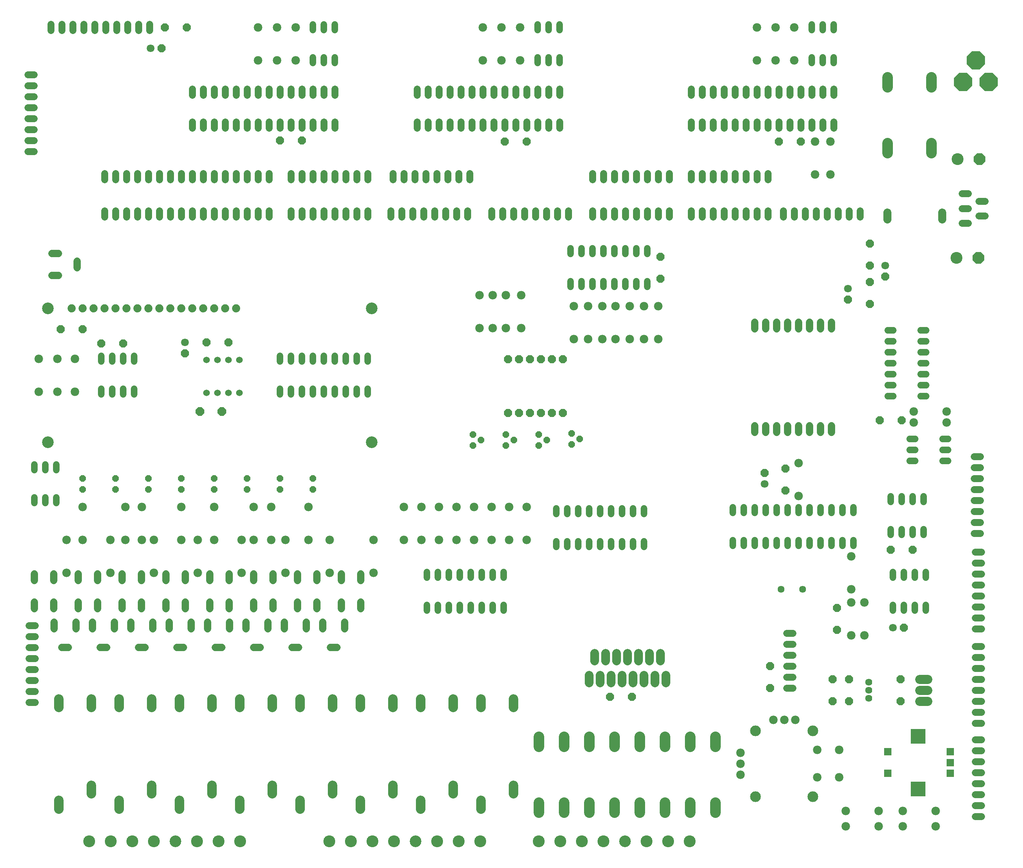
<source format=gbr>
G04 CAM350 V10.1.0 (Build 363) Date:  Fri Feb 19 12:51:18 2016 *
G04 Database: E:\my prjs\IO_Experiment_Faculta\Gerber\IO_Experiment_Board.cam *
G04 Layer 6: RC.gbr *
%FSLAX24Y24*%
%MOIN*%
%SFA1.000B1.000*%

%MIA0B0*%
%IPPOS*%
%ADD15C,0.06000*%
%ADD22C,0.07400*%
%ADD25C,0.07800*%
%ADD51C,0.06400*%
%ADD52P,0.06494X8X22.5*%
%ADD53C,0.06800*%
%ADD54C,0.10640*%
%ADD55P,0.07685X8X22.5*%
%ADD56P,0.08443X8X22.5*%
%ADD57C,0.07100*%
%ADD58C,0.06740*%
%ADD59C,0.08200*%
%ADD60C,0.09800*%
%ADD61C,0.06340*%
%ADD62C,0.08600*%
%ADD63C,0.10800*%
%ADD64P,0.17914X8X22.5*%
%ADD65C,0.08480*%
%ADD66P,0.11690X8X22.5*%
%ADD67C,0.09650*%
%ADD68C,0.07890*%
%ADD69R,0.06740X0.06740*%
%ADD74R,0.13460X0.13460*%
%ADD75P,0.08010X8X22.5*%
%LNRC.gbr*%
%LPD*%
G54D25*
X73650Y79350D03*
X71950D03*
X70250D03*
Y76350D03*
X71950D03*
X73650D03*
X75550Y68950D03*
X76950D03*
Y65950D03*
X75550D03*
X61250Y53950D03*
X59950D03*
X58650D03*
X57350D03*
X56150D03*
X54850D03*
X53550D03*
Y50950D03*
X54850D03*
X56150D03*
X57350D03*
X58650D03*
X59950D03*
X61250D03*
X48750Y51950D03*
X47350D03*
X46150D03*
X44950D03*
Y54950D03*
X46150D03*
X47350D03*
X48750D03*
X49250Y35650D03*
X47650D03*
X46050D03*
X44450D03*
X42850D03*
X41250D03*
X39650D03*
X38050D03*
Y32650D03*
X39650D03*
X41250D03*
X42850D03*
X44450D03*
X46050D03*
X47650D03*
X49250D03*
X35300D03*
Y29650D03*
X31300D03*
Y32650D03*
X29350D03*
X27250D03*
X25950D03*
X24350D03*
X23250D03*
X20750D03*
X19250D03*
X17750D03*
X15250D03*
X14150D03*
X12650D03*
X11300D03*
X8750D03*
X7300D03*
X8750Y35650D03*
X12650D03*
X14150D03*
X17750D03*
X20750D03*
X24350D03*
X25950D03*
X29350D03*
X27250Y29650D03*
X23250D03*
X19250D03*
X15250D03*
X11300D03*
X7300D03*
X8050Y46150D03*
X6450D03*
X4750D03*
Y49150D03*
X6450D03*
X8050D03*
X24750Y76350D03*
X26500D03*
X28200D03*
Y79350D03*
X26500D03*
X24750D03*
X45250D03*
X46950D03*
X48650D03*
Y76350D03*
X46950D03*
X45250D03*
X84550Y44350D03*
Y43350D03*
X87550D03*
Y44350D03*
X74050Y39650D03*
Y36650D03*
X78850Y31150D03*
Y28150D03*
Y26950D03*
X80050D03*
Y23950D03*
X78850D03*
X73750Y16250D03*
X72750D03*
X71750D03*
X68750Y13250D03*
Y12250D03*
Y11250D03*
X75750Y11000D03*
X77750D03*
Y13500D03*
X75750D03*
X78350Y7950D03*
Y6550D03*
X81350D03*
Y7950D03*
X83550D03*
Y6550D03*
X86550D03*
Y7950D03*
G54D52*
X53350Y41350D03*
X54100Y41850D03*
X53350Y42350D03*
X51100Y41750D03*
X50350Y42250D03*
Y41250D03*
X48100Y41750D03*
X47350Y42250D03*
Y41250D03*
X45100Y41750D03*
X44350Y41250D03*
Y42250D03*
X29750Y38250D03*
Y37250D03*
X26750D03*
Y38250D03*
X23750D03*
Y37250D03*
X20750D03*
Y38250D03*
X17750D03*
Y37250D03*
X14750D03*
Y38250D03*
X11750D03*
Y37250D03*
X8750D03*
Y38250D03*
G54D22*
X7752Y53752D03*
X8752D03*
X9752D03*
X10752D03*
X11752D03*
X12752D03*
X13752D03*
X14752D03*
X15752D03*
X16752D03*
X17752D03*
X18752D03*
X19752D03*
X20752D03*
X21752D03*
X22752D03*
G54D54*
X35114D03*
Y41548D03*
X5586D03*
Y53752D03*
X17234Y5160D03*
X39134D03*
X58234D03*
G54D55*
X58850Y18350D03*
X56850D03*
X71450Y19150D03*
Y21150D03*
X77150Y19950D03*
X78650D03*
Y17950D03*
X77150D03*
X83350D03*
Y19950D03*
X83650Y24650D03*
X77550Y24450D03*
Y26450D03*
X82450Y31750D03*
X84450D03*
X72850Y37150D03*
Y39150D03*
X70950Y38750D03*
X81450Y43550D03*
X83450D03*
X80550Y54150D03*
X78550Y54550D03*
X80550Y56150D03*
X81950Y56650D03*
X80550Y57650D03*
Y59650D03*
X74250Y68950D03*
X72250D03*
X61450Y58450D03*
Y56450D03*
X49250Y68950D03*
X47250D03*
X28750Y69050D03*
X26750D03*
X15950Y77450D03*
X16250Y79350D03*
X18250D03*
X8750Y51850D03*
X6750D03*
X10450Y50550D03*
X12450D03*
X18100Y49650D03*
X20050Y50650D03*
X22050D03*
G54D15*
Y49050D03*
X21050D03*
X20050D03*
Y46050D03*
X21050D03*
X22050D03*
X23050D03*
Y49050D03*
G54D56*
X21450Y44350D03*
X19450D03*
G54D57*
X18100Y50650D03*
X14950Y77450D03*
X70950Y37750D03*
X82650Y24650D03*
X78550Y55550D03*
X81950Y57650D03*
G54D51*
X80450Y19686D03*
Y18950D03*
Y18214D03*
G54D60*
X75375Y15250D03*
X70125D03*
Y9250D03*
X75375D03*
G54D61*
X74434Y28150D03*
X72466D03*
G54D63*
X9360Y5160D03*
X11329D03*
X13297D03*
X15266D03*
X19203D03*
X21171D03*
X23140D03*
X31260D03*
X33229D03*
X35197D03*
X37166D03*
X41103D03*
X43071D03*
X45040D03*
X50360D03*
X52329D03*
X54297D03*
X56266D03*
X60203D03*
X62171D03*
X64140D03*
X88450Y58350D03*
X88550Y67350D03*
G54D64*
X89050Y74380D03*
X91410D03*
X90230Y76350D03*
G54D65*
X90530D03*
X89930D03*
X89050Y74680D03*
Y74080D03*
X91410D03*
Y74680D03*
G54D66*
X90550Y67350D03*
X90450Y58350D03*
G54D69*
X82194Y13334D03*
Y11366D03*
X87903D03*
Y12350D03*
Y13334D03*
G54D74*
X84950Y14752D03*
Y9948D03*
G54D75*
X52550Y44189D03*
X51550D03*
X50550D03*
X49550D03*
X48550D03*
X47550D03*
Y49111D03*
X48550D03*
X49550D03*
X50550D03*
X51550D03*
X52550D03*
G54D51*
X3870Y17850D02*
G01X4430D01*
Y18850D02*
G01X3870D01*
Y19850D02*
G01X4430D01*
Y20850D02*
G01X3870D01*
Y21850D02*
G01X4430D01*
Y22850D02*
G01X3870D01*
Y23850D02*
G01X4430D01*
Y24850D02*
G01X3870D01*
X10750Y62070D02*
G01Y62630D01*
X11750D02*
G01Y62070D01*
X12750D02*
G01Y62630D01*
X13750D02*
G01Y62070D01*
X14750D02*
G01Y62630D01*
X15750D02*
G01Y62070D01*
X16750D02*
G01Y62630D01*
X17750D02*
G01Y62070D01*
X18750D02*
G01Y62630D01*
X19750D02*
G01Y62070D01*
X20750D02*
G01Y62630D01*
X21750D02*
G01Y62070D01*
X22750D02*
G01Y62630D01*
X23750D02*
G01Y62070D01*
X24750D02*
G01Y62630D01*
X25750D02*
G01Y62070D01*
X27750D02*
G01Y62630D01*
X28750D02*
G01Y62070D01*
X29750D02*
G01Y62630D01*
X30750D02*
G01Y62070D01*
X31750D02*
G01Y62630D01*
X32750D02*
G01Y62070D01*
X33750D02*
G01Y62630D01*
X34750D02*
G01Y62070D01*
X36850D02*
G01Y62630D01*
X37850D02*
G01Y62070D01*
X38850D02*
G01Y62630D01*
X39850D02*
G01Y62070D01*
X40850D02*
G01Y62630D01*
X41850D02*
G01Y62070D01*
X42850D02*
G01Y62630D01*
X43850D02*
G01Y62070D01*
X46050D02*
G01Y62630D01*
X47050D02*
G01Y62070D01*
X48050D02*
G01Y62630D01*
X49050D02*
G01Y62070D01*
X50050D02*
G01Y62630D01*
X51050D02*
G01Y62070D01*
X52050D02*
G01Y62630D01*
X53050D02*
G01Y62070D01*
X55250D02*
G01Y62630D01*
X56250D02*
G01Y62070D01*
X57250D02*
G01Y62630D01*
X58250D02*
G01Y62070D01*
X59250D02*
G01Y62630D01*
X60250D02*
G01Y62070D01*
X61250D02*
G01Y62630D01*
X62250D02*
G01Y62070D01*
X64250D02*
G01Y62630D01*
X65250D02*
G01Y62070D01*
X66250D02*
G01Y62630D01*
X67250D02*
G01Y62070D01*
X68250D02*
G01Y62630D01*
X69250D02*
G01Y62070D01*
X70250D02*
G01Y62630D01*
X71250D02*
G01Y62070D01*
X72650D02*
G01Y62630D01*
X73650D02*
G01Y62070D01*
X74650D02*
G01Y62630D01*
X75650D02*
G01Y62070D01*
X76650D02*
G01Y62630D01*
X77650D02*
G01Y62070D01*
X78650D02*
G01Y62630D01*
X79650D02*
G01Y62070D01*
X71250Y65470D02*
G01Y66030D01*
X70250D02*
G01Y65470D01*
X69250D02*
G01Y66030D01*
X68250D02*
G01Y65470D01*
X67250D02*
G01Y66030D01*
X66250D02*
G01Y65470D01*
X65250D02*
G01Y66030D01*
X64250D02*
G01Y65470D01*
X62250D02*
G01Y66030D01*
X61250D02*
G01Y65470D01*
X60250D02*
G01Y66030D01*
X59250D02*
G01Y65470D01*
X58250D02*
G01Y66030D01*
X57250D02*
G01Y65470D01*
X56250D02*
G01Y66030D01*
X55250D02*
G01Y65470D01*
X52250Y70170D02*
G01Y70730D01*
X51250D02*
G01Y70170D01*
X50250D02*
G01Y70730D01*
X49250D02*
G01Y70170D01*
X48250D02*
G01Y70730D01*
X47250D02*
G01Y70170D01*
X46250D02*
G01Y70730D01*
X45250D02*
G01Y70170D01*
X44250D02*
G01Y70730D01*
X43250D02*
G01Y70170D01*
X42250D02*
G01Y70730D01*
X41250D02*
G01Y70170D01*
X40250D02*
G01Y70730D01*
X39250D02*
G01Y70170D01*
Y73170D02*
G01Y73730D01*
X40250D02*
G01Y73170D01*
X41250D02*
G01Y73730D01*
X42250D02*
G01Y73170D01*
X43250D02*
G01Y73730D01*
X44250D02*
G01Y73170D01*
X45250D02*
G01Y73730D01*
X46250D02*
G01Y73170D01*
X47250D02*
G01Y73730D01*
X48250D02*
G01Y73170D01*
X49250D02*
G01Y73730D01*
X50250D02*
G01Y73170D01*
X51250D02*
G01Y73730D01*
X52250D02*
G01Y73170D01*
X44050Y66030D02*
G01Y65470D01*
X43050D02*
G01Y66030D01*
X42050D02*
G01Y65470D01*
X41050D02*
G01Y66030D01*
X40050D02*
G01Y65470D01*
X39050D02*
G01Y66030D01*
X38050D02*
G01Y65470D01*
X37050D02*
G01Y66030D01*
X34750D02*
G01Y65470D01*
X33750D02*
G01Y66030D01*
X32750D02*
G01Y65470D01*
X31750D02*
G01Y66030D01*
X30750D02*
G01Y65470D01*
X29750D02*
G01Y66030D01*
X28750D02*
G01Y65470D01*
X27750D02*
G01Y66030D01*
X25750D02*
G01Y65470D01*
X24750D02*
G01Y66030D01*
X23750D02*
G01Y65470D01*
X22750D02*
G01Y66030D01*
X21750D02*
G01Y65470D01*
X20750D02*
G01Y66030D01*
X19750D02*
G01Y65470D01*
X18750D02*
G01Y66030D01*
X17750D02*
G01Y65470D01*
X16750D02*
G01Y66030D01*
X15750D02*
G01Y65470D01*
X14750D02*
G01Y66030D01*
X13750D02*
G01Y65470D01*
X12750D02*
G01Y66030D01*
X11750D02*
G01Y65470D01*
X10750D02*
G01Y66030D01*
X4330Y68050D02*
G01X3770D01*
Y69050D02*
G01X4330D01*
Y70050D02*
G01X3770D01*
Y71050D02*
G01X4330D01*
Y72050D02*
G01X3770D01*
Y73050D02*
G01X4330D01*
Y74050D02*
G01X3770D01*
Y75050D02*
G01X4330D01*
X5850Y79070D02*
G01Y79630D01*
X6850D02*
G01Y79070D01*
X7850D02*
G01Y79630D01*
X8850D02*
G01Y79070D01*
X9850D02*
G01Y79630D01*
X10850D02*
G01Y79070D01*
X11850D02*
G01Y79630D01*
X12850D02*
G01Y79070D01*
X13850D02*
G01Y79630D01*
X14850D02*
G01Y79070D01*
X18750Y73730D02*
G01Y73170D01*
X19750D02*
G01Y73730D01*
X20750D02*
G01Y73170D01*
X21750D02*
G01Y73730D01*
X22750D02*
G01Y73170D01*
X23750D02*
G01Y73730D01*
X24750D02*
G01Y73170D01*
X25750D02*
G01Y73730D01*
X26750D02*
G01Y73170D01*
X27750D02*
G01Y73730D01*
X28750D02*
G01Y73170D01*
X29750D02*
G01Y73730D01*
X30750D02*
G01Y73170D01*
X31750D02*
G01Y73730D01*
Y70730D02*
G01Y70170D01*
X30750D02*
G01Y70730D01*
X29750D02*
G01Y70170D01*
X28750D02*
G01Y70730D01*
X27750D02*
G01Y70170D01*
X26750D02*
G01Y70730D01*
X25750D02*
G01Y70170D01*
X24750D02*
G01Y70730D01*
X23750D02*
G01Y70170D01*
X22750D02*
G01Y70730D01*
X21750D02*
G01Y70170D01*
X20750D02*
G01Y70730D01*
X19750D02*
G01Y70170D01*
X18750D02*
G01Y70730D01*
X64250D02*
G01Y70170D01*
X65250D02*
G01Y70730D01*
X66250D02*
G01Y70170D01*
X67250D02*
G01Y70730D01*
X68250D02*
G01Y70170D01*
X69250D02*
G01Y70730D01*
X70250D02*
G01Y70170D01*
X71250D02*
G01Y70730D01*
X72250D02*
G01Y70170D01*
X73250D02*
G01Y70730D01*
X74250D02*
G01Y70170D01*
X75250D02*
G01Y70730D01*
X76250D02*
G01Y70170D01*
X77250D02*
G01Y70730D01*
Y73170D02*
G01Y73730D01*
X76250D02*
G01Y73170D01*
X75250D02*
G01Y73730D01*
X74250D02*
G01Y73170D01*
X73250D02*
G01Y73730D01*
X72250D02*
G01Y73170D01*
X71250D02*
G01Y73730D01*
X70250D02*
G01Y73170D01*
X69250D02*
G01Y73730D01*
X68250D02*
G01Y73170D01*
X67250D02*
G01Y73730D01*
X66250D02*
G01Y73170D01*
X65250D02*
G01Y73730D01*
X64250D02*
G01Y73170D01*
X90070Y40250D02*
G01X90630D01*
Y39250D02*
G01X90070D01*
Y38250D02*
G01X90630D01*
Y37250D02*
G01X90070D01*
Y36250D02*
G01X90630D01*
Y35250D02*
G01X90070D01*
Y34250D02*
G01X90630D01*
Y33250D02*
G01X90070D01*
X90170Y31550D02*
G01X90730D01*
Y30550D02*
G01X90170D01*
Y29550D02*
G01X90730D01*
Y28550D02*
G01X90170D01*
Y27550D02*
G01X90730D01*
Y26550D02*
G01X90170D01*
Y25550D02*
G01X90730D01*
Y24550D02*
G01X90170D01*
Y22950D02*
G01X90730D01*
Y21950D02*
G01X90170D01*
Y20950D02*
G01X90730D01*
Y19950D02*
G01X90170D01*
Y18950D02*
G01X90730D01*
Y17950D02*
G01X90170D01*
Y16950D02*
G01X90730D01*
Y15950D02*
G01X90170D01*
Y14450D02*
G01X90730D01*
Y13450D02*
G01X90170D01*
Y12450D02*
G01X90730D01*
Y11450D02*
G01X90170D01*
Y10450D02*
G01X90730D01*
Y9450D02*
G01X90170D01*
Y8450D02*
G01X90730D01*
Y7450D02*
G01X90170D01*
X73530Y19150D02*
G01X72970D01*
Y20150D02*
G01X73530D01*
Y21150D02*
G01X72970D01*
Y22150D02*
G01X73530D01*
Y23150D02*
G01X72970D01*
Y24150D02*
G01X73530D01*
G54D15*
X82650Y26190D02*
G01Y26710D01*
X83650D02*
G01Y26190D01*
X84650D02*
G01Y26710D01*
X85650D02*
G01Y26190D01*
Y29190D02*
G01Y29710D01*
X84650D02*
G01Y29190D01*
X83650D02*
G01Y29710D01*
X82650D02*
G01Y29190D01*
X79050Y32090D02*
G01Y32610D01*
X78050D02*
G01Y32090D01*
X77050D02*
G01Y32610D01*
X76050D02*
G01Y32090D01*
X75050D02*
G01Y32610D01*
X74050D02*
G01Y32090D01*
X73050D02*
G01Y32610D01*
X72050D02*
G01Y32090D01*
X71050D02*
G01Y32610D01*
X70050D02*
G01Y32090D01*
X69050D02*
G01Y32610D01*
X68050D02*
G01Y32090D01*
Y35090D02*
G01Y35610D01*
X69050D02*
G01Y35090D01*
X70050D02*
G01Y35610D01*
X71050D02*
G01Y35090D01*
X72050D02*
G01Y35610D01*
X73050D02*
G01Y35090D01*
X74050D02*
G01Y35610D01*
X75050D02*
G01Y35090D01*
X76050D02*
G01Y35610D01*
X77050D02*
G01Y35090D01*
X78050D02*
G01Y35610D01*
X79050D02*
G01Y35090D01*
X82450Y36090D02*
G01Y36610D01*
X83450D02*
G01Y36090D01*
X84450D02*
G01Y36610D01*
X85450D02*
G01Y36090D01*
Y33610D02*
G01Y33090D01*
X84450D02*
G01Y33610D01*
X83450D02*
G01Y33090D01*
X82450D02*
G01Y33610D01*
X84190Y39850D02*
G01X84710D01*
Y40850D02*
G01X84190D01*
Y41850D02*
G01X84710D01*
X87190D02*
G01X87710D01*
Y40850D02*
G01X87190D01*
Y39850D02*
G01X87710D01*
X85710Y45750D02*
G01X85190D01*
Y46750D02*
G01X85710D01*
Y47750D02*
G01X85190D01*
Y48750D02*
G01X85710D01*
Y49750D02*
G01X85190D01*
Y50750D02*
G01X85710D01*
Y51750D02*
G01X85190D01*
X82710D02*
G01X82190D01*
Y50750D02*
G01X82710D01*
Y49750D02*
G01X82190D01*
Y48750D02*
G01X82710D01*
Y47750D02*
G01X82190D01*
Y46750D02*
G01X82710D01*
Y45750D02*
G01X82190D01*
X60250Y55690D02*
G01Y56210D01*
X59250D02*
G01Y55690D01*
X58250D02*
G01Y56210D01*
X57250D02*
G01Y55690D01*
X56250D02*
G01Y56210D01*
X55250D02*
G01Y55690D01*
X54250D02*
G01Y56210D01*
X53250D02*
G01Y55690D01*
Y58690D02*
G01Y59210D01*
X54250D02*
G01Y58690D01*
X55250D02*
G01Y59210D01*
X56250D02*
G01Y58690D01*
X57250D02*
G01Y59210D01*
X58250D02*
G01Y58690D01*
X59250D02*
G01Y59210D01*
X60250D02*
G01Y58690D01*
X52250Y76090D02*
G01Y76610D01*
X51250D02*
G01Y76090D01*
X50250D02*
G01Y76610D01*
Y79090D02*
G01Y79610D01*
X51250D02*
G01Y79090D01*
X52250D02*
G01Y79610D01*
X31750D02*
G01Y79090D01*
X30750D02*
G01Y79610D01*
X29750D02*
G01Y79090D01*
Y76610D02*
G01Y76090D01*
X30750D02*
G01Y76610D01*
X31750D02*
G01Y76090D01*
Y49410D02*
G01Y48890D01*
X30750D02*
G01Y49410D01*
X29750D02*
G01Y48890D01*
X28750D02*
G01Y49410D01*
X27750D02*
G01Y48890D01*
X26750D02*
G01Y49410D01*
Y46410D02*
G01Y45890D01*
X27750D02*
G01Y46410D01*
X28750D02*
G01Y45890D01*
X29750D02*
G01Y46410D01*
X30750D02*
G01Y45890D01*
X31750D02*
G01Y46410D01*
X32750D02*
G01Y45890D01*
X33750D02*
G01Y46410D01*
X34750D02*
G01Y45890D01*
Y48890D02*
G01Y49410D01*
X33750D02*
G01Y48890D01*
X32750D02*
G01Y49410D01*
X13450D02*
G01Y48890D01*
X12450D02*
G01Y49410D01*
X11450D02*
G01Y48890D01*
X10450D02*
G01Y49410D01*
Y46410D02*
G01Y45890D01*
X11450D02*
G01Y46410D01*
X12450D02*
G01Y45890D01*
X13450D02*
G01Y46410D01*
X6350Y39510D02*
G01Y38990D01*
X5350D02*
G01Y39510D01*
X4350D02*
G01Y38990D01*
Y36510D02*
G01Y35990D01*
X5350D02*
G01Y36510D01*
X6350D02*
G01Y35990D01*
X40150Y29710D02*
G01Y29190D01*
X41150D02*
G01Y29710D01*
X42150D02*
G01Y29190D01*
X43150D02*
G01Y29710D01*
X44150D02*
G01Y29190D01*
X45150D02*
G01Y29710D01*
X46150D02*
G01Y29190D01*
X47150D02*
G01Y29710D01*
Y26710D02*
G01Y26190D01*
X46150D02*
G01Y26710D01*
X45150D02*
G01Y26190D01*
X44150D02*
G01Y26710D01*
X43150D02*
G01Y26190D01*
X42150D02*
G01Y26710D01*
X41150D02*
G01Y26190D01*
X40150D02*
G01Y26710D01*
X51950Y31990D02*
G01Y32510D01*
X52950D02*
G01Y31990D01*
X53950D02*
G01Y32510D01*
X54950D02*
G01Y31990D01*
X55950D02*
G01Y32510D01*
X56950D02*
G01Y31990D01*
X57950D02*
G01Y32510D01*
X58950D02*
G01Y31990D01*
X59950D02*
G01Y32510D01*
Y34990D02*
G01Y35510D01*
X58950D02*
G01Y34990D01*
X57950D02*
G01Y35510D01*
X56950D02*
G01Y34990D01*
X55950D02*
G01Y35510D01*
X54950D02*
G01Y34990D01*
X53950D02*
G01Y35510D01*
X52950D02*
G01Y34990D01*
X51950D02*
G01Y35510D01*
X75250Y76090D02*
G01Y76610D01*
X76250D02*
G01Y76090D01*
X77250D02*
G01Y76610D01*
Y79090D02*
G01Y79610D01*
X76250D02*
G01Y79090D01*
X75250D02*
G01Y79610D01*
G54D53*
X8360Y29530D02*
G01Y28930D01*
X10140D02*
G01Y29530D01*
X12360D02*
G01Y28930D01*
X14140D02*
G01Y29530D01*
X16360D02*
G01Y28930D01*
X18140D02*
G01Y29530D01*
X20360D02*
G01Y28930D01*
X22140D02*
G01Y29530D01*
X24360D02*
G01Y28930D01*
X26140D02*
G01Y29530D01*
X28360D02*
G01Y28930D01*
X30140D02*
G01Y29530D01*
X32360D02*
G01Y28930D01*
X34140D02*
G01Y29530D01*
Y26970D02*
G01Y26370D01*
X32360D02*
G01Y26970D01*
X32650Y25150D02*
G01Y24550D01*
X31950Y22850D02*
G01X31350D01*
X30650Y24550D02*
G01Y25150D01*
X30140Y26370D02*
G01Y26970D01*
X28360D02*
G01Y26370D01*
X29150Y25150D02*
G01Y24550D01*
X28450Y22850D02*
G01X27850D01*
X27150Y24550D02*
G01Y25150D01*
X26140Y26370D02*
G01Y26970D01*
X24360D02*
G01Y26370D01*
X23650Y25150D02*
G01Y24550D01*
X22150D02*
G01Y25150D01*
X22140Y26370D02*
G01Y26970D01*
X20360D02*
G01Y26370D01*
X20150Y25150D02*
G01Y24550D01*
X18650D02*
G01Y25150D01*
X18140Y26370D02*
G01Y26970D01*
X16360D02*
G01Y26370D01*
X16650Y25150D02*
G01Y24550D01*
X15150D02*
G01Y25150D01*
X14140Y26370D02*
G01Y26970D01*
X12360D02*
G01Y26370D01*
X11650Y25150D02*
G01Y24550D01*
X13150D02*
G01Y25150D01*
X13850Y22850D02*
G01X14450D01*
X17350D02*
G01X17950D01*
X20850D02*
G01X21450D01*
X24350D02*
G01X24950D01*
X25650Y24550D02*
G01Y25150D01*
X10950Y22850D02*
G01X10350D01*
X9650Y24550D02*
G01Y25150D01*
X10140Y26370D02*
G01Y26970D01*
X8360D02*
G01Y26370D01*
X8150Y25150D02*
G01Y24550D01*
X7450Y22850D02*
G01X6850D01*
X6150Y24550D02*
G01Y25150D01*
X6140Y26370D02*
G01Y26970D01*
X4360D02*
G01Y26370D01*
Y28930D02*
G01Y29530D01*
X6140D02*
G01Y28930D01*
X5950Y56750D02*
G01X6550D01*
X8250Y57450D02*
G01Y58050D01*
X6550Y58750D02*
G01X5950D01*
G54D58*
X77050Y52471D02*
G01Y51878D01*
X76050D02*
G01Y52471D01*
X75050D02*
G01Y51878D01*
X74050D02*
G01Y52471D01*
X73050D02*
G01Y51878D01*
X72050D02*
G01Y52471D01*
X71050D02*
G01Y51878D01*
X70050D02*
G01Y52471D01*
Y43022D02*
G01Y42429D01*
X71050D02*
G01Y43022D01*
X72050D02*
G01Y42429D01*
X73050D02*
G01Y43022D01*
X74050D02*
G01Y42429D01*
X75050D02*
G01Y43022D01*
X76050D02*
G01Y42429D01*
X77050D02*
G01Y43022D01*
G54D59*
X85080Y17950D02*
G01X85820D01*
Y18950D02*
G01X85080D01*
Y19950D02*
G01X85820D01*
G54D62*
X6600Y8890D02*
G01Y8110D01*
X9550Y9490D02*
G01Y10270D01*
X12100Y8890D02*
G01Y8110D01*
X15050Y9490D02*
G01Y10270D01*
X17600Y8890D02*
G01Y8110D01*
X20550Y9490D02*
G01Y10270D01*
X23100Y8890D02*
G01Y8110D01*
X26050Y9490D02*
G01Y10270D01*
X28600Y8890D02*
G01Y8110D01*
X31550Y9490D02*
G01Y10270D01*
X34100Y8890D02*
G01Y8110D01*
X37050Y9490D02*
G01Y10270D01*
X39600Y8890D02*
G01Y8110D01*
X42550Y9490D02*
G01Y10270D01*
X45100Y8890D02*
G01Y8110D01*
X48050Y9490D02*
G01Y10270D01*
Y17360D02*
G01Y18140D01*
X45100D02*
G01Y17360D01*
X42550D02*
G01Y18140D01*
X39600D02*
G01Y17360D01*
X37050D02*
G01Y18140D01*
X34100D02*
G01Y17360D01*
X31550D02*
G01Y18140D01*
X28600D02*
G01Y17360D01*
X26050D02*
G01Y18140D01*
X23100D02*
G01Y17360D01*
X20550D02*
G01Y18140D01*
X17600D02*
G01Y17360D01*
X15050D02*
G01Y18140D01*
X12100D02*
G01Y17360D01*
X9550D02*
G01Y18140D01*
X6600D02*
G01Y17360D01*
G54D61*
X89520Y61511D02*
G01X88966D01*
X90501Y62181D02*
G01X91056D01*
Y63519D02*
G01X90501D01*
X89520Y62850D02*
G01X88966D01*
Y64189D02*
G01X89520D01*
G54D22*
X87150Y62480D02*
G01Y61820D01*
X82150D02*
G01Y62480D01*
G54D67*
Y67908D02*
G01Y68793D01*
X86150D02*
G01Y67908D01*
Y73908D02*
G01Y74793D01*
X82150D02*
G01Y73908D01*
X66450Y14693D02*
G01Y13808D01*
X64150D02*
G01Y14693D01*
X61850D02*
G01Y13808D01*
X59550D02*
G01Y14693D01*
X57250D02*
G01Y13808D01*
X54950D02*
G01Y14693D01*
X52650D02*
G01Y13808D01*
X50350D02*
G01Y14693D01*
Y8693D02*
G01Y7808D01*
X52650D02*
G01Y8693D01*
X54950D02*
G01Y7808D01*
X57250D02*
G01Y8693D01*
X59550D02*
G01Y7808D01*
X61850D02*
G01Y8693D01*
X64150D02*
G01Y7808D01*
X66450D02*
G01Y8693D01*
G54D68*
X61950Y19596D02*
G01Y20304D01*
X60950D02*
G01Y19596D01*
X59950D02*
G01Y20304D01*
X58950D02*
G01Y19596D01*
X57950D02*
G01Y20304D01*
X56950D02*
G01Y19596D01*
X55950D02*
G01Y20304D01*
X54950D02*
G01Y19596D01*
X55450Y21596D02*
G01Y22304D01*
X56450D02*
G01Y21596D01*
X57450D02*
G01Y22304D01*
X58450D02*
G01Y21596D01*
X59450D02*
G01Y22304D01*
X60450D02*
G01Y21596D01*
X61450D02*
G01Y22304D01*
M02*

</source>
